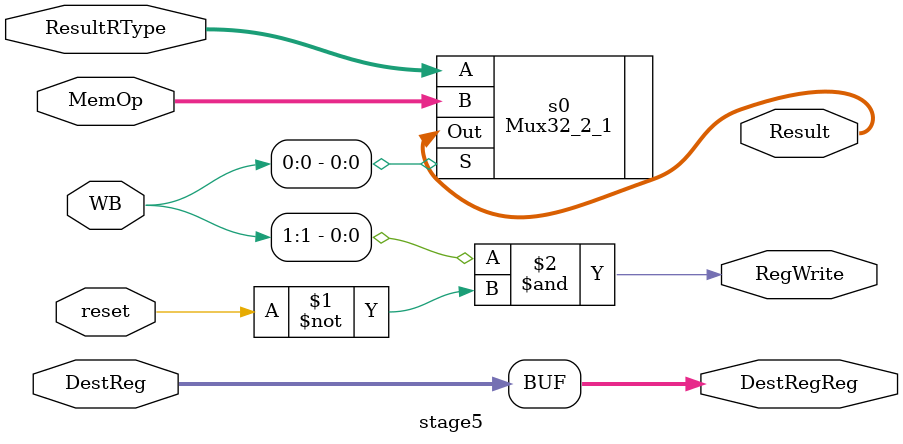
<source format=v>
`timescale 1ns / 1ps
module stage5(
MemOp,
ResultRType,
DestReg,
WB,
Result,
RegWrite,
DestRegReg,
reset
    );

input [31:0] MemOp,ResultRType;
input [4:0] DestReg;
input [1:0] WB;
input reset;

output [31:0] Result;
output [4:0] DestRegReg; 
output RegWrite;

Mux32_2_1 s0 (.B(MemOp),.A(ResultRType),.S(WB[0]),.Out(Result));
assign RegWrite = WB[1]&(~reset);
assign DestRegReg = DestReg;

endmodule

</source>
